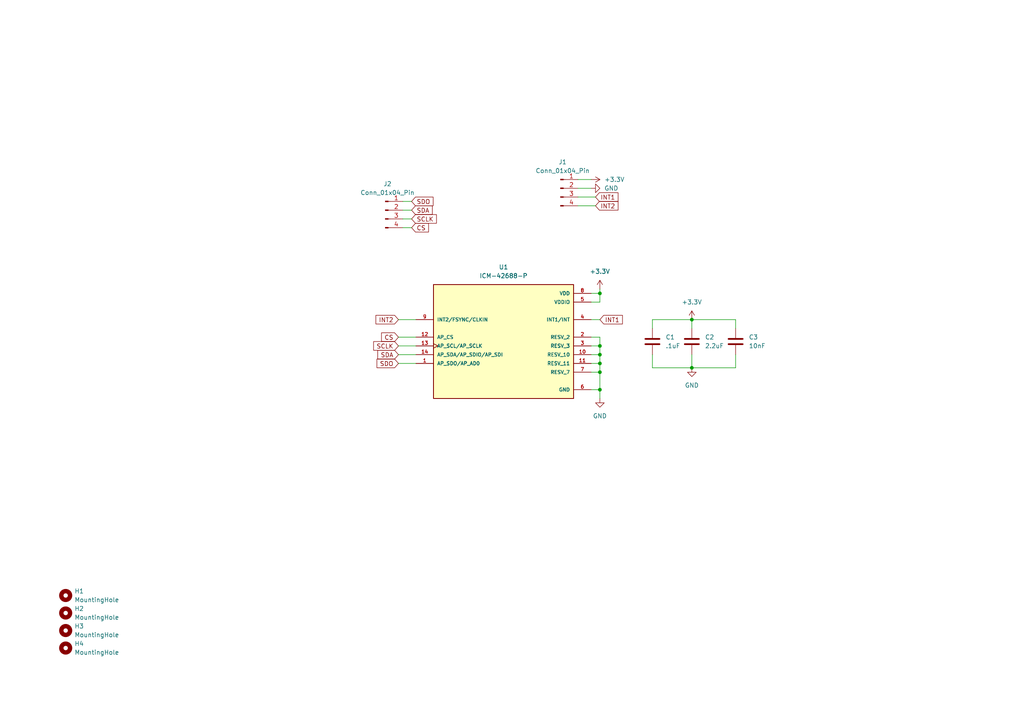
<source format=kicad_sch>
(kicad_sch (version 20230121) (generator eeschema)
  (paper "A4")
  (lib_symbols
    (symbol "Connector:Conn_01x04_Pin" (pin_names (offset 1.016) hide)
      (property "Reference" "J" (at 0 5.08 0))
      (property "Value" "Conn_01x04_Pin" (at 0 -7.62 0))
      (symbol "Conn_01x04_Pin_1_1"
        (polyline (pts (xy 1.27 -5.08) (xy 0.8636 -5.08)) (stroke (width 0.1524)))
        (polyline (pts (xy 1.27 -2.54) (xy 0.8636 -2.54)) (stroke (width 0.1524)))
        (polyline (pts (xy 1.27 0) (xy 0.8636 0)) (stroke (width 0.1524)))
        (polyline (pts (xy 1.27 2.54) (xy 0.8636 2.54)) (stroke (width 0.1524)))
        (rectangle (start 0.8636 -4.953) (end 0 -5.207) (stroke (width 0.1524)) (fill (type outline)))
        (rectangle (start 0.8636 -2.413) (end 0 -2.667) (stroke (width 0.1524)) (fill (type outline)))
        (rectangle (start 0.8636 0.127) (end 0 -0.127) (stroke (width 0.1524)) (fill (type outline)))
        (rectangle (start 0.8636 2.667) (end 0 2.413) (stroke (width 0.1524)) (fill (type outline)))
        (pin passive line (at 5.08 2.54 180) (length 3.81) (name "Pin_1") (number "1"))
        (pin passive line (at 5.08 0 180) (length 3.81) (name "Pin_2") (number "2"))
        (pin passive line (at 5.08 -2.54 180) (length 3.81) (name "Pin_3") (number "3"))
        (pin passive line (at 5.08 -5.08 180) (length 3.81) (name "Pin_4") (number "4"))
      )
    )
    (symbol "Device:C" (pin_numbers hide) (pin_names (offset 0.254))
      (property "Reference" "C" (at 0.635 2.54 0))
      (property "Value" "C" (at 0.635 -2.54 0))
      (symbol "C_0_1"
        (polyline (pts (xy -2.032 -0.762) (xy 2.032 -0.762)) (stroke (width 0.508)))
        (polyline (pts (xy -2.032 0.762) (xy 2.032 0.762)) (stroke (width 0.508)))
      )
      (symbol "C_1_1"
        (pin passive line (at 0 3.81 270) (length 2.794) (name "~") (number "1"))
        (pin passive line (at 0 -3.81 90) (length 2.794) (name "~") (number "2"))
      )
    )
    (symbol "ICM-42688-P:ICM-42688-P" (pin_names (offset 1.016))
      (property "Reference" "U" (at -20.32 16.002 0))
      (property "Value" "ICM-42688-P" (at -20.32 -20.32 0))
      (symbol "ICM-42688-P_0_0"
        (rectangle (start -20.32 -17.78) (end 20.32 15.24) (stroke (width 0.254)) (fill (type background)))
        (pin bidirectional line (at -25.4 -7.62 0) (length 5.08) (name "AP_SDO/AP_AD0") (number "1"))
        (pin passive line (at 25.4 -5.08 180) (length 5.08) (name "RESV_10") (number "10"))
        (pin passive line (at 25.4 -7.62 180) (length 5.08) (name "RESV_11") (number "11"))
        (pin input line (at -25.4 0 0) (length 5.08) (name "AP_CS") (number "12"))
        (pin input clock (at -25.4 -2.54 0) (length 5.08) (name "AP_SCL/AP_SCLK") (number "13"))
        (pin bidirectional line (at -25.4 -5.08 0) (length 5.08) (name "AP_SDA/AP_SDIO/AP_SDI") (number "14"))
        (pin passive line (at 25.4 0 180) (length 5.08) (name "RESV_2") (number "2"))
        (pin passive line (at 25.4 -2.54 180) (length 5.08) (name "RESV_3") (number "3"))
        (pin output line (at 25.4 5.08 180) (length 5.08) (name "INT1/INT") (number "4"))
        (pin power_in line (at 25.4 10.16 180) (length 5.08) (name "VDDIO") (number "5"))
        (pin power_in line (at 25.4 -15.24 180) (length 5.08) (name "GND") (number "6"))
        (pin passive line (at 25.4 -10.16 180) (length 5.08) (name "RESV_7") (number "7"))
        (pin power_in line (at 25.4 12.7 180) (length 5.08) (name "VDD") (number "8"))
        (pin bidirectional line (at -25.4 5.08 0) (length 5.08) (name "INT2/FSYNC/CLKIN") (number "9"))
      )
    )
    (symbol "Mechanical:MountingHole" (pin_names (offset 1.016))
      (property "Reference" "H" (at 0 5.08 0))
      (property "Value" "MountingHole" (at 0 3.175 0))
      (symbol "MountingHole_0_1"
        (circle (center 0 0) (radius 1.27) (stroke (width 1.27)))
      )
    )
    (symbol "power:+3.3V" (power) (pin_names (offset 0))
      (property "Value" "+3.3V" (at 0 3.556 0))
      (symbol "+3.3V_0_1"
        (polyline (pts (xy -0.762 1.27) (xy 0 2.54)))
        (polyline (pts (xy 0 0) (xy 0 2.54)))
        (polyline (pts (xy 0 2.54) (xy 0.762 1.27)))
      )
      (symbol "+3.3V_1_1"
        (pin power_in line (at 0 0 90) (length 0) hide (name "+3.3V") (number "1"))
      )
    )
    (symbol "power:GND" (power) (pin_names (offset 0))
      (property "Value" "GND" (at 0 -3.81 0))
      (symbol "GND_0_1"
        (polyline (pts (xy 0 0) (xy 0 -1.27) (xy 1.27 -1.27) (xy 0 -2.54) (xy -1.27 -1.27) (xy 0 -1.27)))
      )
      (symbol "GND_1_1"
        (pin power_in line (at 0 0 270) (length 0) hide (name "GND") (number "1"))
      )
    )
  )
  (junction (at 200.66 92.71))
  (junction (at 173.99 100.33))
  (junction (at 200.66 106.68))
  (junction (at 173.99 107.95))
  (junction (at 173.99 85.09))
  (junction (at 173.99 113.03))
  (junction (at 173.99 102.87))
  (junction (at 173.99 105.41))
  (wire (pts (xy 167.64 52.07) (xy 171.45 52.07)))
  (wire (pts (xy 200.66 92.71) (xy 213.36 92.71)))
  (wire (pts (xy 167.64 57.15) (xy 172.72 57.15)))
  (wire (pts (xy 115.57 100.33) (xy 120.65 100.33)))
  (wire (pts (xy 200.66 106.68) (xy 200.66 102.87)))
  (wire (pts (xy 171.45 97.79) (xy 173.99 97.79)))
  (wire (pts (xy 171.45 87.63) (xy 173.99 87.63)))
  (wire (pts (xy 115.57 97.79) (xy 120.65 97.79)))
  (wire (pts (xy 189.23 92.71) (xy 200.66 92.71)))
  (wire (pts (xy 171.45 113.03) (xy 173.99 113.03)))
  (wire (pts (xy 171.45 100.33) (xy 173.99 100.33)))
  (wire (pts (xy 167.64 54.61) (xy 171.45 54.61)))
  (wire (pts (xy 200.66 92.71) (xy 200.66 95.25)))
  (wire (pts (xy 115.57 102.87) (xy 120.65 102.87)))
  (wire (pts (xy 173.99 100.33) (xy 173.99 102.87)))
  (wire (pts (xy 213.36 95.25) (xy 213.36 92.71)))
  (wire (pts (xy 116.84 63.5) (xy 119.38 63.5)))
  (wire (pts (xy 171.45 107.95) (xy 173.99 107.95)))
  (wire (pts (xy 115.57 105.41) (xy 120.65 105.41)))
  (wire (pts (xy 116.84 60.96) (xy 119.38 60.96)))
  (wire (pts (xy 189.23 95.25) (xy 189.23 92.71)))
  (wire (pts (xy 173.99 87.63) (xy 173.99 85.09)))
  (wire (pts (xy 189.23 102.87) (xy 189.23 106.68)))
  (wire (pts (xy 173.99 102.87) (xy 173.99 105.41)))
  (wire (pts (xy 173.99 85.09) (xy 173.99 83.82)))
  (wire (pts (xy 200.66 106.68) (xy 213.36 106.68)))
  (wire (pts (xy 213.36 102.87) (xy 213.36 106.68)))
  (wire (pts (xy 171.45 92.71) (xy 173.99 92.71)))
  (wire (pts (xy 167.64 59.69) (xy 172.72 59.69)))
  (wire (pts (xy 173.99 113.03) (xy 173.99 115.57)))
  (wire (pts (xy 171.45 102.87) (xy 173.99 102.87)))
  (wire (pts (xy 173.99 105.41) (xy 173.99 107.95)))
  (wire (pts (xy 115.57 92.71) (xy 120.65 92.71)))
  (wire (pts (xy 116.84 58.42) (xy 119.38 58.42)))
  (wire (pts (xy 189.23 106.68) (xy 200.66 106.68)))
  (wire (pts (xy 171.45 85.09) (xy 173.99 85.09)))
  (wire (pts (xy 173.99 107.95) (xy 173.99 113.03)))
  (wire (pts (xy 173.99 97.79) (xy 173.99 100.33)))
  (wire (pts (xy 171.45 105.41) (xy 173.99 105.41)))
  (wire (pts (xy 116.84 66.04) (xy 119.38 66.04)))
  (global_label "INT2" (shape input) (at 172.72 59.69 0) (property "Intersheetrefs" "${INTERSHEET_REFS}" (effects hide)))
  (global_label "INT1" (shape input) (at 173.99 92.71 0) (property "Intersheetrefs" "${INTERSHEET_REFS}" (effects hide)))
  (global_label "SCLK" (shape input) (at 115.57 100.33 180) (property "Intersheetrefs" "${INTERSHEET_REFS}" (effects hide)))
  (global_label "INT1" (shape input) (at 172.72 57.15 0) (property "Intersheetrefs" "${INTERSHEET_REFS}" (effects hide)))
  (global_label "INT2" (shape input) (at 115.57 92.71 180) (property "Intersheetrefs" "${INTERSHEET_REFS}" (effects hide)))
  (global_label "SDO" (shape input) (at 115.57 105.41 180) (property "Intersheetrefs" "${INTERSHEET_REFS}" (effects hide)))
  (global_label "CS" (shape input) (at 115.57 97.79 180) (property "Intersheetrefs" "${INTERSHEET_REFS}" (effects hide)))
  (global_label "CS" (shape input) (at 119.38 66.04 0) (property "Intersheetrefs" "${INTERSHEET_REFS}" (effects hide)))
  (global_label "SCLK" (shape input) (at 119.38 63.5 0) (property "Intersheetrefs" "${INTERSHEET_REFS}" (effects hide)))
  (global_label "SDA" (shape input) (at 119.38 60.96 0) (property "Intersheetrefs" "${INTERSHEET_REFS}" (effects hide)))
  (global_label "SDA" (shape input) (at 115.57 102.87 180) (property "Intersheetrefs" "${INTERSHEET_REFS}" (effects hide)))
  (global_label "SDO" (shape input) (at 119.38 58.42 0) (property "Intersheetrefs" "${INTERSHEET_REFS}" (effects hide)))
  (symbol (lib_id "power:GND") (at 171.45 54.61 90) (unit 1)
    (property "Reference" "#PWR06" (effects hide))
    (property "Value" "GND" (at 175.26 54.61 90) (effects (justify right)))
  )
  (symbol (lib_id "Device:C") (at 213.36 99.06 0) (unit 1)
    (property "Reference" "C3" (at 217.17 97.79 0) (effects (justify left)))
    (property "Value" "10nF" (at 217.17 100.33 0) (effects (justify left)))
    (property "Footprint" "Capacitor_SMD:C_0402_1005Metric" (effects hide))
    (property "JLCPCB Part #" "C15195" (effects hide))
    (property "Package" "0402" (effects hide))
  )
  (symbol (lib_id "Mechanical:MountingHole") (at 19.05 177.8 0) (unit 1)
    (property "Reference" "H2" (at 21.59 176.53 0) (effects (justify left)))
    (property "Value" "MountingHole" (at 21.59 179.07 0) (effects (justify left)))
    (property "Footprint" "MountingHole:MountingHole_3mm" (effects hide))
  )
  (symbol (lib_id "power:GND") (at 200.66 106.68 0) (unit 1)
    (property "Reference" "#PWR02" (effects hide))
    (property "Value" "GND" (at 200.66 111.76 0))
  )
  (symbol (lib_id "Mechanical:MountingHole") (at 19.05 187.96 0) (unit 1)
    (property "Reference" "H4" (at 21.59 186.69 0) (effects (justify left)))
    (property "Value" "MountingHole" (at 21.59 189.23 0) (effects (justify left)))
    (property "Footprint" "MountingHole:MountingHole_3mm" (effects hide))
  )
  (symbol (lib_id "Device:C") (at 189.23 99.06 0) (unit 1)
    (property "Reference" "C1" (at 193.04 97.79 0) (effects (justify left)))
    (property "Value" ".1uF" (at 193.04 100.33 0) (effects (justify left)))
    (property "Footprint" "Capacitor_SMD:C_0402_1005Metric" (effects hide))
    (property "JLCPCB Part #" "C1525" (effects hide))
    (property "Package" "0402" (effects hide))
  )
  (symbol (lib_id "power:+3.3V") (at 171.45 52.07 270) (unit 1)
    (property "Reference" "#PWR05" (effects hide))
    (property "Value" "+3.3V" (at 175.26 52.07 90) (effects (justify left)))
  )
  (symbol (lib_id "power:+3.3V") (at 200.66 92.71 0) (unit 1)
    (property "Reference" "#PWR01" (effects hide))
    (property "Value" "+3.3V" (at 200.66 87.63 0))
  )
  (symbol (lib_id "Connector:Conn_01x04_Pin") (at 162.56 54.61 0) (unit 1)
    (property "Reference" "J1" (at 163.195 46.99 0))
    (property "Value" "Conn_01x04_Pin" (at 163.195 49.53 0))
    (property "Footprint" "Connector_PinHeader_2.54mm:PinHeader_1x04_P2.54mm_Vertical" (effects hide))
  )
  (symbol (lib_id "Mechanical:MountingHole") (at 19.05 182.88 0) (unit 1)
    (property "Reference" "H3" (at 21.59 181.61 0) (effects (justify left)))
    (property "Value" "MountingHole" (at 21.59 184.15 0) (effects (justify left)))
    (property "Footprint" "MountingHole:MountingHole_3mm" (effects hide))
  )
  (symbol (lib_id "Connector:Conn_01x04_Pin") (at 111.76 60.96 0) (unit 1)
    (property "Reference" "J2" (at 112.395 53.34 0))
    (property "Value" "Conn_01x04_Pin" (at 112.395 55.88 0))
    (property "Footprint" "Connector_PinHeader_2.54mm:PinHeader_1x04_P2.54mm_Vertical" (effects hide))
  )
  (symbol (lib_id "Mechanical:MountingHole") (at 19.05 172.72 0) (unit 1)
    (property "Reference" "H1" (at 21.59 171.45 0) (effects (justify left)))
    (property "Value" "MountingHole" (at 21.59 173.99 0) (effects (justify left)))
    (property "Footprint" "MountingHole:MountingHole_3mm" (effects hide))
  )
  (symbol (lib_id "power:+3.3V") (at 173.99 83.82 0) (unit 1)
    (property "Reference" "#PWR04" (effects hide))
    (property "Value" "+3.3V" (at 173.99 78.74 0))
  )
  (symbol (lib_id "Device:C") (at 200.66 99.06 0) (unit 1)
    (property "Reference" "C2" (at 204.47 97.79 0) (effects (justify left)))
    (property "Value" "2.2uF" (at 204.47 100.33 0) (effects (justify left)))
    (property "Footprint" "Capacitor_SMD:C_0402_1005Metric" (effects hide))
    (property "JLCPCB Part #" "C12530" (effects hide))
    (property "Package" "0402" (effects hide))
  )
  (symbol (lib_id "ICM-42688-P:ICM-42688-P") (at 146.05 97.79 0) (unit 1)
    (property "Reference" "U1" (at 146.05 77.47 0))
    (property "Value" "ICM-42688-P" (at 146.05 80.01 0))
    (property "Footprint" "ICM-42688-P:PQFN50P300X250X97-14N" (effects hide))
    (property "MF" "TDK InvenSense" (effects hide))
    (property "MAXIMUM_PACKAGE_HEIGHT" "0.97mm" (effects hide))
    (property "Package" "LGA-14 TDK InvenSense" (effects hide))
    (property "Price" "None" (effects hide))
    (property "Check_prices" "https://www.snapeda.com/parts/ICM-42688-P/TDK/view-part/?ref=eda" (effects hide))
    (property "STANDARD" "IPC-7351B" (effects hide))
    (property "PARTREV" "1.2" (effects hide))
    (property "SnapEDA_Link" "https://www.snapeda.com/parts/ICM-42688-P/TDK/view-part/?ref=snap" (effects hide))
    (property "MP" "ICM-42688-P" (effects hide))
    (property "Description" "\n                        \n                            Accelerometer, Gyroscope, 6 Axis Sensor - Output\n                        \n" (effects hide))
    (property "Availability" "In Stock" (effects hide))
    (property "MANUFACTURER" "TDK InvenSense" (effects hide))
    (property "JLCPCB Part #" "C1850418" (effects hide))
  )
  (symbol (lib_id "power:GND") (at 173.99 115.57 0) (unit 1)
    (property "Reference" "#PWR03" (effects hide))
    (property "Value" "GND" (at 173.99 120.65 0))
  )
)
</source>
